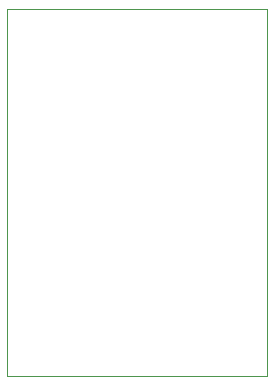
<source format=gm1>
G04 #@! TF.GenerationSoftware,KiCad,Pcbnew,9.0.3*
G04 #@! TF.CreationDate,2025-08-26T18:11:45-07:00*
G04 #@! TF.ProjectId,battery_connector,62617474-6572-4795-9f63-6f6e6e656374,V1*
G04 #@! TF.SameCoordinates,Original*
G04 #@! TF.FileFunction,Profile,NP*
%FSLAX45Y45*%
G04 Gerber Fmt 4.5, Leading zero omitted, Abs format (unit mm)*
G04 Created by KiCad (PCBNEW 9.0.3) date 2025-08-26 18:11:45*
%MOMM*%
%LPD*%
G01*
G04 APERTURE LIST*
G04 #@! TA.AperFunction,Profile*
%ADD10C,0.050000*%
G04 #@! TD*
G04 APERTURE END LIST*
D10*
X1500000Y-2250000D02*
X3700000Y-2250000D01*
X3700000Y-5350000D01*
X1500000Y-5350000D01*
X1500000Y-2250000D01*
M02*

</source>
